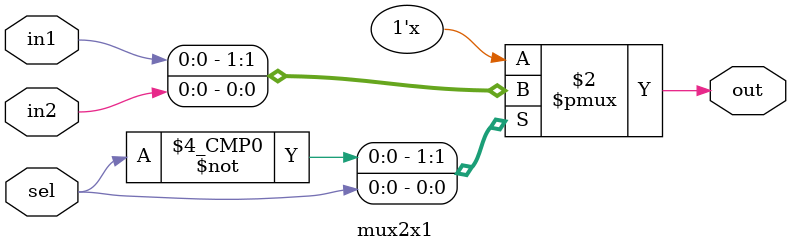
<source format=v>
`timescale 1ns / 1ps


module mux2x1(
    output reg out,
    input in1, in2, sel
    );
    
    always@(*)
    begin
        casex(sel)
            1'b0: out <= in1;
            1'b1: out <= in2;
        endcase
    end
endmodule

</source>
